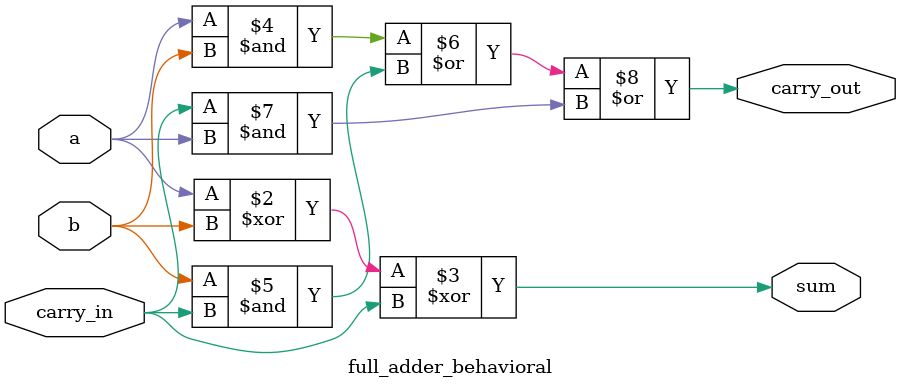
<source format=v>

module full_adder_behavioral(sum, carry_out, a, b, carry_in);
    input a, b, carry_in;
    output reg sum, carry_out;
    always @ (a or b or carry_in) begin
        sum = a ^ b ^ carry_in;
        carry_out = (a & b) | (b & carry_in) | (carry_in & a);
    end
endmodule

</source>
